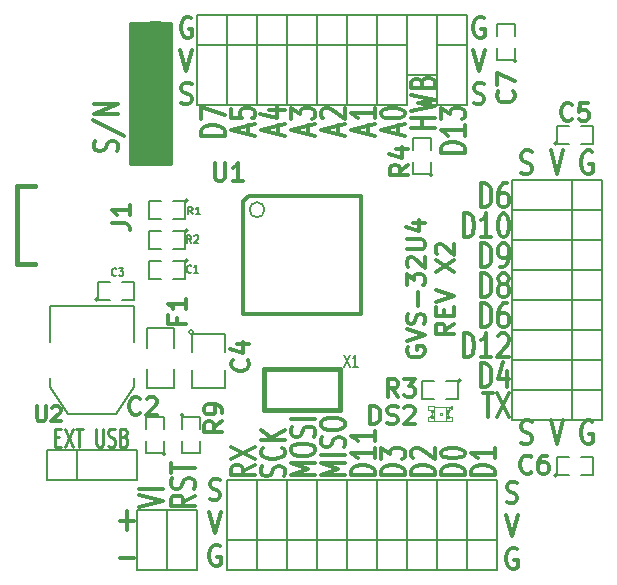
<source format=gto>
G04 (created by PCBNEW (2013-03-19 BZR 4004)-stable) date 5/7/2013 2:04:26 PM*
%MOIN*%
G04 Gerber Fmt 3.4, Leading zero omitted, Abs format*
%FSLAX34Y34*%
G01*
G70*
G90*
G04 APERTURE LIST*
%ADD10C,2.3622e-006*%
%ADD11C,0.012*%
%ADD12C,0.01*%
%ADD13C,0.015*%
%ADD14C,0.005*%
%ADD15C,0.0026*%
%ADD16C,0.004*%
%ADD17C,0.002*%
%ADD18C,0.008*%
%ADD19C,0.006*%
%ADD20C,0.025*%
%ADD21C,0.0075*%
G04 APERTURE END LIST*
G54D10*
G54D11*
X50835Y-36049D02*
X50873Y-35964D01*
X50873Y-35821D01*
X50835Y-35764D01*
X50797Y-35735D01*
X50721Y-35707D01*
X50645Y-35707D01*
X50569Y-35735D01*
X50530Y-35764D01*
X50492Y-35821D01*
X50454Y-35935D01*
X50416Y-35992D01*
X50378Y-36021D01*
X50302Y-36049D01*
X50226Y-36049D01*
X50150Y-36021D01*
X50111Y-35992D01*
X50073Y-35935D01*
X50073Y-35792D01*
X50111Y-35707D01*
X50035Y-35021D02*
X51064Y-35535D01*
X50873Y-34821D02*
X50073Y-34821D01*
X50873Y-34478D01*
X50073Y-34478D01*
X60521Y-42578D02*
X60492Y-42635D01*
X60492Y-42721D01*
X60521Y-42807D01*
X60578Y-42864D01*
X60635Y-42892D01*
X60750Y-42921D01*
X60835Y-42921D01*
X60950Y-42892D01*
X61007Y-42864D01*
X61064Y-42807D01*
X61092Y-42721D01*
X61092Y-42664D01*
X61064Y-42578D01*
X61035Y-42550D01*
X60835Y-42550D01*
X60835Y-42664D01*
X60492Y-42378D02*
X61092Y-42178D01*
X60492Y-41978D01*
X61064Y-41807D02*
X61092Y-41721D01*
X61092Y-41578D01*
X61064Y-41521D01*
X61035Y-41492D01*
X60978Y-41464D01*
X60921Y-41464D01*
X60864Y-41492D01*
X60835Y-41521D01*
X60807Y-41578D01*
X60778Y-41692D01*
X60750Y-41750D01*
X60721Y-41778D01*
X60664Y-41807D01*
X60607Y-41807D01*
X60550Y-41778D01*
X60521Y-41750D01*
X60492Y-41692D01*
X60492Y-41550D01*
X60521Y-41464D01*
X60864Y-41207D02*
X60864Y-40750D01*
X60492Y-40521D02*
X60492Y-40150D01*
X60721Y-40350D01*
X60721Y-40264D01*
X60750Y-40207D01*
X60778Y-40178D01*
X60835Y-40150D01*
X60978Y-40150D01*
X61035Y-40178D01*
X61064Y-40207D01*
X61092Y-40264D01*
X61092Y-40435D01*
X61064Y-40492D01*
X61035Y-40521D01*
X60550Y-39921D02*
X60521Y-39892D01*
X60492Y-39835D01*
X60492Y-39692D01*
X60521Y-39635D01*
X60550Y-39607D01*
X60607Y-39578D01*
X60664Y-39578D01*
X60750Y-39607D01*
X61092Y-39950D01*
X61092Y-39578D01*
X60492Y-39321D02*
X60978Y-39321D01*
X61035Y-39292D01*
X61064Y-39264D01*
X61092Y-39207D01*
X61092Y-39092D01*
X61064Y-39035D01*
X61035Y-39007D01*
X60978Y-38978D01*
X60492Y-38978D01*
X60692Y-38435D02*
X61092Y-38435D01*
X60464Y-38578D02*
X60892Y-38721D01*
X60892Y-38350D01*
X62052Y-41792D02*
X61767Y-41992D01*
X62052Y-42135D02*
X61452Y-42135D01*
X61452Y-41907D01*
X61481Y-41850D01*
X61510Y-41821D01*
X61567Y-41792D01*
X61652Y-41792D01*
X61710Y-41821D01*
X61738Y-41850D01*
X61767Y-41907D01*
X61767Y-42135D01*
X61738Y-41535D02*
X61738Y-41335D01*
X62052Y-41250D02*
X62052Y-41535D01*
X61452Y-41535D01*
X61452Y-41250D01*
X61452Y-41078D02*
X62052Y-40878D01*
X61452Y-40678D01*
X61452Y-40078D02*
X62052Y-39678D01*
X61452Y-39678D02*
X62052Y-40078D01*
X61510Y-39478D02*
X61481Y-39450D01*
X61452Y-39392D01*
X61452Y-39250D01*
X61481Y-39192D01*
X61510Y-39164D01*
X61567Y-39135D01*
X61624Y-39135D01*
X61710Y-39164D01*
X62052Y-39507D01*
X62052Y-39135D01*
X51573Y-47892D02*
X52373Y-47692D01*
X51573Y-47492D01*
X52373Y-47292D02*
X51573Y-47292D01*
X61423Y-35271D02*
X60623Y-35271D01*
X61004Y-35271D02*
X61004Y-34928D01*
X61423Y-34928D02*
X60623Y-34928D01*
X60623Y-34700D02*
X61423Y-34557D01*
X60852Y-34442D01*
X61423Y-34328D01*
X60623Y-34185D01*
X61004Y-33757D02*
X61042Y-33671D01*
X61080Y-33642D01*
X61157Y-33614D01*
X61271Y-33614D01*
X61347Y-33642D01*
X61385Y-33671D01*
X61423Y-33728D01*
X61423Y-33957D01*
X60623Y-33957D01*
X60623Y-33757D01*
X60661Y-33700D01*
X60700Y-33671D01*
X60776Y-33642D01*
X60852Y-33642D01*
X60928Y-33671D01*
X60966Y-33700D01*
X61004Y-33757D01*
X61004Y-33957D01*
X62971Y-41923D02*
X62971Y-41123D01*
X63114Y-41123D01*
X63200Y-41161D01*
X63257Y-41238D01*
X63285Y-41314D01*
X63314Y-41466D01*
X63314Y-41580D01*
X63285Y-41733D01*
X63257Y-41809D01*
X63200Y-41885D01*
X63114Y-41923D01*
X62971Y-41923D01*
X63828Y-41123D02*
X63714Y-41123D01*
X63657Y-41161D01*
X63628Y-41200D01*
X63571Y-41314D01*
X63542Y-41466D01*
X63542Y-41771D01*
X63571Y-41847D01*
X63600Y-41885D01*
X63657Y-41923D01*
X63771Y-41923D01*
X63828Y-41885D01*
X63857Y-41847D01*
X63885Y-41771D01*
X63885Y-41580D01*
X63857Y-41504D01*
X63828Y-41466D01*
X63771Y-41428D01*
X63657Y-41428D01*
X63600Y-41466D01*
X63571Y-41504D01*
X63542Y-41580D01*
X62971Y-39923D02*
X62971Y-39123D01*
X63114Y-39123D01*
X63200Y-39161D01*
X63257Y-39238D01*
X63285Y-39314D01*
X63314Y-39466D01*
X63314Y-39580D01*
X63285Y-39733D01*
X63257Y-39809D01*
X63200Y-39885D01*
X63114Y-39923D01*
X62971Y-39923D01*
X63600Y-39923D02*
X63714Y-39923D01*
X63771Y-39885D01*
X63800Y-39847D01*
X63857Y-39733D01*
X63885Y-39580D01*
X63885Y-39276D01*
X63857Y-39200D01*
X63828Y-39161D01*
X63771Y-39123D01*
X63657Y-39123D01*
X63600Y-39161D01*
X63571Y-39200D01*
X63542Y-39276D01*
X63542Y-39466D01*
X63571Y-39542D01*
X63600Y-39580D01*
X63657Y-39619D01*
X63771Y-39619D01*
X63828Y-39580D01*
X63857Y-39542D01*
X63885Y-39466D01*
X62971Y-37923D02*
X62971Y-37123D01*
X63114Y-37123D01*
X63200Y-37161D01*
X63257Y-37238D01*
X63285Y-37314D01*
X63314Y-37466D01*
X63314Y-37580D01*
X63285Y-37733D01*
X63257Y-37809D01*
X63200Y-37885D01*
X63114Y-37923D01*
X62971Y-37923D01*
X63828Y-37123D02*
X63714Y-37123D01*
X63657Y-37161D01*
X63628Y-37200D01*
X63571Y-37314D01*
X63542Y-37466D01*
X63542Y-37771D01*
X63571Y-37847D01*
X63600Y-37885D01*
X63657Y-37923D01*
X63771Y-37923D01*
X63828Y-37885D01*
X63857Y-37847D01*
X63885Y-37771D01*
X63885Y-37580D01*
X63857Y-37504D01*
X63828Y-37466D01*
X63771Y-37428D01*
X63657Y-37428D01*
X63600Y-37466D01*
X63571Y-37504D01*
X63542Y-37580D01*
X54423Y-35528D02*
X53623Y-35528D01*
X53623Y-35385D01*
X53661Y-35300D01*
X53738Y-35242D01*
X53814Y-35214D01*
X53966Y-35185D01*
X54080Y-35185D01*
X54233Y-35214D01*
X54309Y-35242D01*
X54385Y-35300D01*
X54423Y-35385D01*
X54423Y-35528D01*
X53623Y-34985D02*
X53623Y-34585D01*
X54423Y-34842D01*
X55195Y-35471D02*
X55195Y-35185D01*
X55423Y-35528D02*
X54623Y-35328D01*
X55423Y-35128D01*
X54623Y-34642D02*
X54623Y-34928D01*
X55004Y-34957D01*
X54966Y-34928D01*
X54928Y-34871D01*
X54928Y-34728D01*
X54966Y-34671D01*
X55004Y-34642D01*
X55080Y-34614D01*
X55271Y-34614D01*
X55347Y-34642D01*
X55385Y-34671D01*
X55423Y-34728D01*
X55423Y-34871D01*
X55385Y-34928D01*
X55347Y-34957D01*
X56195Y-35471D02*
X56195Y-35185D01*
X56423Y-35528D02*
X55623Y-35328D01*
X56423Y-35128D01*
X55890Y-34671D02*
X56423Y-34671D01*
X55585Y-34814D02*
X56157Y-34957D01*
X56157Y-34585D01*
X58195Y-35471D02*
X58195Y-35185D01*
X58423Y-35528D02*
X57623Y-35328D01*
X58423Y-35128D01*
X57700Y-34957D02*
X57661Y-34928D01*
X57623Y-34871D01*
X57623Y-34728D01*
X57661Y-34671D01*
X57700Y-34642D01*
X57776Y-34614D01*
X57852Y-34614D01*
X57966Y-34642D01*
X58423Y-34985D01*
X58423Y-34614D01*
X63057Y-31616D02*
X63000Y-31583D01*
X62914Y-31583D01*
X62828Y-31616D01*
X62771Y-31683D01*
X62742Y-31750D01*
X62714Y-31883D01*
X62714Y-31983D01*
X62742Y-32116D01*
X62771Y-32183D01*
X62828Y-32250D01*
X62914Y-32283D01*
X62971Y-32283D01*
X63057Y-32250D01*
X63085Y-32216D01*
X63085Y-31983D01*
X62971Y-31983D01*
X62700Y-32683D02*
X62900Y-33383D01*
X63100Y-32683D01*
X62728Y-34450D02*
X62814Y-34483D01*
X62957Y-34483D01*
X63014Y-34450D01*
X63042Y-34416D01*
X63071Y-34350D01*
X63071Y-34283D01*
X63042Y-34216D01*
X63014Y-34183D01*
X62957Y-34150D01*
X62842Y-34116D01*
X62785Y-34083D01*
X62757Y-34050D01*
X62728Y-33983D01*
X62728Y-33916D01*
X62757Y-33850D01*
X62785Y-33816D01*
X62842Y-33783D01*
X62985Y-33783D01*
X63071Y-33816D01*
X64314Y-36785D02*
X64400Y-36823D01*
X64542Y-36823D01*
X64600Y-36785D01*
X64628Y-36747D01*
X64657Y-36671D01*
X64657Y-36595D01*
X64628Y-36519D01*
X64600Y-36480D01*
X64542Y-36442D01*
X64428Y-36404D01*
X64371Y-36366D01*
X64342Y-36328D01*
X64314Y-36252D01*
X64314Y-36176D01*
X64342Y-36100D01*
X64371Y-36061D01*
X64428Y-36023D01*
X64571Y-36023D01*
X64657Y-36061D01*
X65285Y-36023D02*
X65485Y-36823D01*
X65685Y-36023D01*
X66657Y-36061D02*
X66600Y-36023D01*
X66514Y-36023D01*
X66428Y-36061D01*
X66371Y-36138D01*
X66342Y-36214D01*
X66314Y-36366D01*
X66314Y-36480D01*
X66342Y-36633D01*
X66371Y-36709D01*
X66428Y-36785D01*
X66514Y-36823D01*
X66571Y-36823D01*
X66657Y-36785D01*
X66685Y-36747D01*
X66685Y-36480D01*
X66571Y-36480D01*
X56385Y-46885D02*
X56423Y-46800D01*
X56423Y-46657D01*
X56385Y-46600D01*
X56347Y-46571D01*
X56271Y-46542D01*
X56195Y-46542D01*
X56119Y-46571D01*
X56080Y-46600D01*
X56042Y-46657D01*
X56004Y-46771D01*
X55966Y-46828D01*
X55928Y-46857D01*
X55852Y-46885D01*
X55776Y-46885D01*
X55700Y-46857D01*
X55661Y-46828D01*
X55623Y-46771D01*
X55623Y-46628D01*
X55661Y-46542D01*
X56347Y-45942D02*
X56385Y-45971D01*
X56423Y-46057D01*
X56423Y-46114D01*
X56385Y-46200D01*
X56309Y-46257D01*
X56233Y-46285D01*
X56080Y-46314D01*
X55966Y-46314D01*
X55814Y-46285D01*
X55738Y-46257D01*
X55661Y-46200D01*
X55623Y-46114D01*
X55623Y-46057D01*
X55661Y-45971D01*
X55700Y-45942D01*
X56423Y-45685D02*
X55623Y-45685D01*
X56423Y-45342D02*
X55966Y-45600D01*
X55623Y-45342D02*
X56080Y-45685D01*
X57423Y-46857D02*
X56623Y-46857D01*
X57195Y-46657D01*
X56623Y-46457D01*
X57423Y-46457D01*
X56623Y-46057D02*
X56623Y-45942D01*
X56661Y-45885D01*
X56738Y-45828D01*
X56890Y-45800D01*
X57157Y-45800D01*
X57309Y-45828D01*
X57385Y-45885D01*
X57423Y-45942D01*
X57423Y-46057D01*
X57385Y-46114D01*
X57309Y-46171D01*
X57157Y-46200D01*
X56890Y-46200D01*
X56738Y-46171D01*
X56661Y-46114D01*
X56623Y-46057D01*
X57385Y-45571D02*
X57423Y-45485D01*
X57423Y-45342D01*
X57385Y-45285D01*
X57347Y-45257D01*
X57271Y-45228D01*
X57195Y-45228D01*
X57119Y-45257D01*
X57080Y-45285D01*
X57042Y-45342D01*
X57004Y-45457D01*
X56966Y-45514D01*
X56928Y-45542D01*
X56852Y-45571D01*
X56776Y-45571D01*
X56700Y-45542D01*
X56661Y-45514D01*
X56623Y-45457D01*
X56623Y-45314D01*
X56661Y-45228D01*
X57423Y-44971D02*
X56623Y-44971D01*
X58423Y-46857D02*
X57623Y-46857D01*
X58195Y-46657D01*
X57623Y-46457D01*
X58423Y-46457D01*
X58423Y-46171D02*
X57623Y-46171D01*
X58385Y-45914D02*
X58423Y-45828D01*
X58423Y-45685D01*
X58385Y-45628D01*
X58347Y-45600D01*
X58271Y-45571D01*
X58195Y-45571D01*
X58119Y-45600D01*
X58080Y-45628D01*
X58042Y-45685D01*
X58004Y-45800D01*
X57966Y-45857D01*
X57928Y-45885D01*
X57852Y-45914D01*
X57776Y-45914D01*
X57700Y-45885D01*
X57661Y-45857D01*
X57623Y-45800D01*
X57623Y-45657D01*
X57661Y-45571D01*
X57623Y-45200D02*
X57623Y-45085D01*
X57661Y-45028D01*
X57738Y-44971D01*
X57890Y-44942D01*
X58157Y-44942D01*
X58309Y-44971D01*
X58385Y-45028D01*
X58423Y-45085D01*
X58423Y-45200D01*
X58385Y-45257D01*
X58309Y-45314D01*
X58157Y-45342D01*
X57890Y-45342D01*
X57738Y-45314D01*
X57661Y-45257D01*
X57623Y-45200D01*
X59423Y-46857D02*
X58623Y-46857D01*
X58623Y-46714D01*
X58661Y-46628D01*
X58738Y-46571D01*
X58814Y-46542D01*
X58966Y-46514D01*
X59080Y-46514D01*
X59233Y-46542D01*
X59309Y-46571D01*
X59385Y-46628D01*
X59423Y-46714D01*
X59423Y-46857D01*
X59423Y-45942D02*
X59423Y-46285D01*
X59423Y-46114D02*
X58623Y-46114D01*
X58738Y-46171D01*
X58814Y-46228D01*
X58852Y-46285D01*
X59423Y-45371D02*
X59423Y-45714D01*
X59423Y-45542D02*
X58623Y-45542D01*
X58738Y-45600D01*
X58814Y-45657D01*
X58852Y-45714D01*
X60423Y-46857D02*
X59623Y-46857D01*
X59623Y-46714D01*
X59661Y-46628D01*
X59738Y-46571D01*
X59814Y-46542D01*
X59966Y-46514D01*
X60080Y-46514D01*
X60233Y-46542D01*
X60309Y-46571D01*
X60385Y-46628D01*
X60423Y-46714D01*
X60423Y-46857D01*
X59623Y-46314D02*
X59623Y-45942D01*
X59928Y-46142D01*
X59928Y-46057D01*
X59966Y-46000D01*
X60004Y-45971D01*
X60080Y-45942D01*
X60271Y-45942D01*
X60347Y-45971D01*
X60385Y-46000D01*
X60423Y-46057D01*
X60423Y-46228D01*
X60385Y-46285D01*
X60347Y-46314D01*
X53928Y-47650D02*
X54014Y-47683D01*
X54157Y-47683D01*
X54214Y-47650D01*
X54242Y-47616D01*
X54271Y-47550D01*
X54271Y-47483D01*
X54242Y-47416D01*
X54214Y-47383D01*
X54157Y-47350D01*
X54042Y-47316D01*
X53985Y-47283D01*
X53957Y-47250D01*
X53928Y-47183D01*
X53928Y-47116D01*
X53957Y-47050D01*
X53985Y-47016D01*
X54042Y-46983D01*
X54185Y-46983D01*
X54271Y-47016D01*
X53900Y-48083D02*
X54100Y-48783D01*
X54300Y-48083D01*
X54257Y-49216D02*
X54200Y-49183D01*
X54114Y-49183D01*
X54028Y-49216D01*
X53971Y-49283D01*
X53942Y-49350D01*
X53914Y-49483D01*
X53914Y-49583D01*
X53942Y-49716D01*
X53971Y-49783D01*
X54028Y-49850D01*
X54114Y-49883D01*
X54171Y-49883D01*
X54257Y-49850D01*
X54285Y-49816D01*
X54285Y-49583D01*
X54171Y-49583D01*
X59195Y-35471D02*
X59195Y-35185D01*
X59423Y-35528D02*
X58623Y-35328D01*
X59423Y-35128D01*
X59423Y-34614D02*
X59423Y-34957D01*
X59423Y-34785D02*
X58623Y-34785D01*
X58738Y-34842D01*
X58814Y-34900D01*
X58852Y-34957D01*
X53423Y-47528D02*
X53042Y-47728D01*
X53423Y-47871D02*
X52623Y-47871D01*
X52623Y-47642D01*
X52661Y-47585D01*
X52700Y-47557D01*
X52776Y-47528D01*
X52890Y-47528D01*
X52966Y-47557D01*
X53004Y-47585D01*
X53042Y-47642D01*
X53042Y-47871D01*
X53385Y-47300D02*
X53423Y-47214D01*
X53423Y-47071D01*
X53385Y-47014D01*
X53347Y-46985D01*
X53271Y-46957D01*
X53195Y-46957D01*
X53119Y-46985D01*
X53080Y-47014D01*
X53042Y-47071D01*
X53004Y-47185D01*
X52966Y-47242D01*
X52928Y-47271D01*
X52852Y-47300D01*
X52776Y-47300D01*
X52700Y-47271D01*
X52661Y-47242D01*
X52623Y-47185D01*
X52623Y-47042D01*
X52661Y-46957D01*
X52623Y-46785D02*
X52623Y-46442D01*
X53423Y-46614D02*
X52623Y-46614D01*
X63423Y-46857D02*
X62623Y-46857D01*
X62623Y-46714D01*
X62661Y-46628D01*
X62738Y-46571D01*
X62814Y-46542D01*
X62966Y-46514D01*
X63080Y-46514D01*
X63233Y-46542D01*
X63309Y-46571D01*
X63385Y-46628D01*
X63423Y-46714D01*
X63423Y-46857D01*
X63423Y-45942D02*
X63423Y-46285D01*
X63423Y-46114D02*
X62623Y-46114D01*
X62738Y-46171D01*
X62814Y-46228D01*
X62852Y-46285D01*
X60195Y-35471D02*
X60195Y-35185D01*
X60423Y-35528D02*
X59623Y-35328D01*
X60423Y-35128D01*
X59623Y-34814D02*
X59623Y-34757D01*
X59661Y-34700D01*
X59700Y-34671D01*
X59776Y-34642D01*
X59928Y-34614D01*
X60119Y-34614D01*
X60271Y-34642D01*
X60347Y-34671D01*
X60385Y-34700D01*
X60423Y-34757D01*
X60423Y-34814D01*
X60385Y-34871D01*
X60347Y-34900D01*
X60271Y-34928D01*
X60119Y-34957D01*
X59928Y-34957D01*
X59776Y-34928D01*
X59700Y-34900D01*
X59661Y-34871D01*
X59623Y-34814D01*
X63028Y-44123D02*
X63371Y-44123D01*
X63199Y-44923D02*
X63199Y-44123D01*
X63514Y-44123D02*
X63914Y-44923D01*
X63914Y-44123D02*
X63514Y-44923D01*
X62971Y-40923D02*
X62971Y-40123D01*
X63114Y-40123D01*
X63200Y-40161D01*
X63257Y-40238D01*
X63285Y-40314D01*
X63314Y-40466D01*
X63314Y-40580D01*
X63285Y-40733D01*
X63257Y-40809D01*
X63200Y-40885D01*
X63114Y-40923D01*
X62971Y-40923D01*
X63657Y-40466D02*
X63600Y-40428D01*
X63571Y-40390D01*
X63542Y-40314D01*
X63542Y-40276D01*
X63571Y-40200D01*
X63600Y-40161D01*
X63657Y-40123D01*
X63771Y-40123D01*
X63828Y-40161D01*
X63857Y-40200D01*
X63885Y-40276D01*
X63885Y-40314D01*
X63857Y-40390D01*
X63828Y-40428D01*
X63771Y-40466D01*
X63657Y-40466D01*
X63600Y-40504D01*
X63571Y-40542D01*
X63542Y-40619D01*
X63542Y-40771D01*
X63571Y-40847D01*
X63600Y-40885D01*
X63657Y-40923D01*
X63771Y-40923D01*
X63828Y-40885D01*
X63857Y-40847D01*
X63885Y-40771D01*
X63885Y-40619D01*
X63857Y-40542D01*
X63828Y-40504D01*
X63771Y-40466D01*
X63828Y-47750D02*
X63914Y-47783D01*
X64057Y-47783D01*
X64114Y-47750D01*
X64142Y-47716D01*
X64171Y-47650D01*
X64171Y-47583D01*
X64142Y-47516D01*
X64114Y-47483D01*
X64057Y-47450D01*
X63942Y-47416D01*
X63885Y-47383D01*
X63857Y-47350D01*
X63828Y-47283D01*
X63828Y-47216D01*
X63857Y-47150D01*
X63885Y-47116D01*
X63942Y-47083D01*
X64085Y-47083D01*
X64171Y-47116D01*
X63800Y-48183D02*
X64000Y-48883D01*
X64200Y-48183D01*
X64157Y-49316D02*
X64100Y-49283D01*
X64014Y-49283D01*
X63928Y-49316D01*
X63871Y-49383D01*
X63842Y-49450D01*
X63814Y-49583D01*
X63814Y-49683D01*
X63842Y-49816D01*
X63871Y-49883D01*
X63928Y-49950D01*
X64014Y-49983D01*
X64071Y-49983D01*
X64157Y-49950D01*
X64185Y-49916D01*
X64185Y-49683D01*
X64071Y-49683D01*
X61423Y-46857D02*
X60623Y-46857D01*
X60623Y-46714D01*
X60661Y-46628D01*
X60738Y-46571D01*
X60814Y-46542D01*
X60966Y-46514D01*
X61080Y-46514D01*
X61233Y-46542D01*
X61309Y-46571D01*
X61385Y-46628D01*
X61423Y-46714D01*
X61423Y-46857D01*
X60700Y-46285D02*
X60661Y-46257D01*
X60623Y-46200D01*
X60623Y-46057D01*
X60661Y-46000D01*
X60700Y-45971D01*
X60776Y-45942D01*
X60852Y-45942D01*
X60966Y-45971D01*
X61423Y-46314D01*
X61423Y-45942D01*
X62399Y-42923D02*
X62399Y-42123D01*
X62542Y-42123D01*
X62628Y-42161D01*
X62685Y-42238D01*
X62714Y-42314D01*
X62742Y-42466D01*
X62742Y-42580D01*
X62714Y-42733D01*
X62685Y-42809D01*
X62628Y-42885D01*
X62542Y-42923D01*
X62399Y-42923D01*
X63314Y-42923D02*
X62971Y-42923D01*
X63142Y-42923D02*
X63142Y-42123D01*
X63085Y-42238D01*
X63028Y-42314D01*
X62971Y-42352D01*
X63542Y-42200D02*
X63571Y-42161D01*
X63628Y-42123D01*
X63771Y-42123D01*
X63828Y-42161D01*
X63857Y-42200D01*
X63885Y-42276D01*
X63885Y-42352D01*
X63857Y-42466D01*
X63514Y-42923D01*
X63885Y-42923D01*
X62423Y-36100D02*
X61623Y-36100D01*
X61623Y-35957D01*
X61661Y-35871D01*
X61738Y-35814D01*
X61814Y-35785D01*
X61966Y-35757D01*
X62080Y-35757D01*
X62233Y-35785D01*
X62309Y-35814D01*
X62385Y-35871D01*
X62423Y-35957D01*
X62423Y-36100D01*
X62423Y-35185D02*
X62423Y-35528D01*
X62423Y-35357D02*
X61623Y-35357D01*
X61738Y-35414D01*
X61814Y-35471D01*
X61852Y-35528D01*
X61623Y-34985D02*
X61623Y-34614D01*
X61928Y-34814D01*
X61928Y-34728D01*
X61966Y-34671D01*
X62004Y-34642D01*
X62080Y-34614D01*
X62271Y-34614D01*
X62347Y-34642D01*
X62385Y-34671D01*
X62423Y-34728D01*
X62423Y-34900D01*
X62385Y-34957D01*
X62347Y-34985D01*
X53307Y-31616D02*
X53250Y-31583D01*
X53164Y-31583D01*
X53078Y-31616D01*
X53021Y-31683D01*
X52992Y-31750D01*
X52964Y-31883D01*
X52964Y-31983D01*
X52992Y-32116D01*
X53021Y-32183D01*
X53078Y-32250D01*
X53164Y-32283D01*
X53221Y-32283D01*
X53307Y-32250D01*
X53335Y-32216D01*
X53335Y-31983D01*
X53221Y-31983D01*
X52950Y-32683D02*
X53150Y-33383D01*
X53350Y-32683D01*
X52978Y-34450D02*
X53064Y-34483D01*
X53207Y-34483D01*
X53264Y-34450D01*
X53292Y-34416D01*
X53321Y-34350D01*
X53321Y-34283D01*
X53292Y-34216D01*
X53264Y-34183D01*
X53207Y-34150D01*
X53092Y-34116D01*
X53035Y-34083D01*
X53007Y-34050D01*
X52978Y-33983D01*
X52978Y-33916D01*
X53007Y-33850D01*
X53035Y-33816D01*
X53092Y-33783D01*
X53235Y-33783D01*
X53321Y-33816D01*
X57195Y-35471D02*
X57195Y-35185D01*
X57423Y-35528D02*
X56623Y-35328D01*
X57423Y-35128D01*
X56623Y-34985D02*
X56623Y-34614D01*
X56928Y-34814D01*
X56928Y-34728D01*
X56966Y-34671D01*
X57004Y-34642D01*
X57080Y-34614D01*
X57271Y-34614D01*
X57347Y-34642D01*
X57385Y-34671D01*
X57423Y-34728D01*
X57423Y-34900D01*
X57385Y-34957D01*
X57347Y-34985D01*
X55423Y-46514D02*
X55042Y-46714D01*
X55423Y-46857D02*
X54623Y-46857D01*
X54623Y-46628D01*
X54661Y-46571D01*
X54700Y-46542D01*
X54776Y-46514D01*
X54890Y-46514D01*
X54966Y-46542D01*
X55004Y-46571D01*
X55042Y-46628D01*
X55042Y-46857D01*
X54623Y-46314D02*
X55423Y-45914D01*
X54623Y-45914D02*
X55423Y-46314D01*
X62423Y-46857D02*
X61623Y-46857D01*
X61623Y-46714D01*
X61661Y-46628D01*
X61738Y-46571D01*
X61814Y-46542D01*
X61966Y-46514D01*
X62080Y-46514D01*
X62233Y-46542D01*
X62309Y-46571D01*
X62385Y-46628D01*
X62423Y-46714D01*
X62423Y-46857D01*
X61623Y-46142D02*
X61623Y-46085D01*
X61661Y-46028D01*
X61700Y-46000D01*
X61776Y-45971D01*
X61928Y-45942D01*
X62119Y-45942D01*
X62271Y-45971D01*
X62347Y-46000D01*
X62385Y-46028D01*
X62423Y-46085D01*
X62423Y-46142D01*
X62385Y-46200D01*
X62347Y-46228D01*
X62271Y-46257D01*
X62119Y-46285D01*
X61928Y-46285D01*
X61776Y-46257D01*
X61700Y-46228D01*
X61661Y-46200D01*
X61623Y-46142D01*
X64314Y-45785D02*
X64400Y-45823D01*
X64542Y-45823D01*
X64600Y-45785D01*
X64628Y-45747D01*
X64657Y-45671D01*
X64657Y-45595D01*
X64628Y-45519D01*
X64600Y-45480D01*
X64542Y-45442D01*
X64428Y-45404D01*
X64371Y-45366D01*
X64342Y-45328D01*
X64314Y-45252D01*
X64314Y-45176D01*
X64342Y-45100D01*
X64371Y-45061D01*
X64428Y-45023D01*
X64571Y-45023D01*
X64657Y-45061D01*
X65285Y-45023D02*
X65485Y-45823D01*
X65685Y-45023D01*
X66657Y-45061D02*
X66600Y-45023D01*
X66514Y-45023D01*
X66428Y-45061D01*
X66371Y-45138D01*
X66342Y-45214D01*
X66314Y-45366D01*
X66314Y-45480D01*
X66342Y-45633D01*
X66371Y-45709D01*
X66428Y-45785D01*
X66514Y-45823D01*
X66571Y-45823D01*
X66657Y-45785D01*
X66685Y-45747D01*
X66685Y-45480D01*
X66571Y-45480D01*
X50951Y-48359D02*
X51408Y-48359D01*
X51180Y-48663D02*
X51180Y-48054D01*
X50951Y-49599D02*
X51408Y-49599D01*
G54D12*
X48771Y-45578D02*
X48904Y-45578D01*
X48961Y-45892D02*
X48771Y-45892D01*
X48771Y-45292D01*
X48961Y-45292D01*
X49095Y-45292D02*
X49361Y-45892D01*
X49361Y-45292D02*
X49095Y-45892D01*
X49457Y-45292D02*
X49685Y-45292D01*
X49571Y-45892D02*
X49571Y-45292D01*
X50145Y-45292D02*
X50145Y-45778D01*
X50164Y-45835D01*
X50183Y-45864D01*
X50221Y-45892D01*
X50297Y-45892D01*
X50335Y-45864D01*
X50354Y-45835D01*
X50373Y-45778D01*
X50373Y-45292D01*
X50545Y-45864D02*
X50602Y-45892D01*
X50697Y-45892D01*
X50735Y-45864D01*
X50754Y-45835D01*
X50773Y-45778D01*
X50773Y-45721D01*
X50754Y-45664D01*
X50735Y-45635D01*
X50697Y-45607D01*
X50621Y-45578D01*
X50583Y-45550D01*
X50564Y-45521D01*
X50545Y-45464D01*
X50545Y-45407D01*
X50564Y-45350D01*
X50583Y-45321D01*
X50621Y-45292D01*
X50716Y-45292D01*
X50773Y-45321D01*
X51078Y-45578D02*
X51135Y-45607D01*
X51154Y-45635D01*
X51173Y-45692D01*
X51173Y-45778D01*
X51154Y-45835D01*
X51135Y-45864D01*
X51097Y-45892D01*
X50945Y-45892D01*
X50945Y-45292D01*
X51078Y-45292D01*
X51116Y-45321D01*
X51135Y-45350D01*
X51154Y-45407D01*
X51154Y-45464D01*
X51135Y-45521D01*
X51116Y-45550D01*
X51078Y-45578D01*
X50945Y-45578D01*
G54D11*
X62399Y-38923D02*
X62399Y-38123D01*
X62542Y-38123D01*
X62628Y-38161D01*
X62685Y-38238D01*
X62714Y-38314D01*
X62742Y-38466D01*
X62742Y-38580D01*
X62714Y-38733D01*
X62685Y-38809D01*
X62628Y-38885D01*
X62542Y-38923D01*
X62399Y-38923D01*
X63314Y-38923D02*
X62971Y-38923D01*
X63142Y-38923D02*
X63142Y-38123D01*
X63085Y-38238D01*
X63028Y-38314D01*
X62971Y-38352D01*
X63685Y-38123D02*
X63742Y-38123D01*
X63800Y-38161D01*
X63828Y-38200D01*
X63857Y-38276D01*
X63885Y-38428D01*
X63885Y-38619D01*
X63857Y-38771D01*
X63828Y-38847D01*
X63800Y-38885D01*
X63742Y-38923D01*
X63685Y-38923D01*
X63628Y-38885D01*
X63600Y-38847D01*
X63571Y-38771D01*
X63542Y-38619D01*
X63542Y-38428D01*
X63571Y-38276D01*
X63600Y-38200D01*
X63628Y-38161D01*
X63685Y-38123D01*
X62971Y-43923D02*
X62971Y-43123D01*
X63114Y-43123D01*
X63200Y-43161D01*
X63257Y-43238D01*
X63285Y-43314D01*
X63314Y-43466D01*
X63314Y-43580D01*
X63285Y-43733D01*
X63257Y-43809D01*
X63200Y-43885D01*
X63114Y-43923D01*
X62971Y-43923D01*
X63828Y-43390D02*
X63828Y-43923D01*
X63685Y-43085D02*
X63542Y-43657D01*
X63914Y-43657D01*
G54D13*
X47500Y-37201D02*
X48091Y-37201D01*
X47500Y-39799D02*
X48091Y-39799D01*
X47500Y-37201D02*
X47500Y-39799D01*
G54D14*
X53200Y-37700D02*
G75*
G03X53200Y-37700I-50J0D01*
G74*
G01*
X52700Y-37700D02*
X53100Y-37700D01*
X53100Y-37700D02*
X53100Y-38300D01*
X53100Y-38300D02*
X52700Y-38300D01*
X52300Y-38300D02*
X51900Y-38300D01*
X51900Y-38300D02*
X51900Y-37700D01*
X51900Y-37700D02*
X52300Y-37700D01*
X53200Y-38700D02*
G75*
G03X53200Y-38700I-50J0D01*
G74*
G01*
X52700Y-38700D02*
X53100Y-38700D01*
X53100Y-38700D02*
X53100Y-39300D01*
X53100Y-39300D02*
X52700Y-39300D01*
X52300Y-39300D02*
X51900Y-39300D01*
X51900Y-39300D02*
X51900Y-38700D01*
X51900Y-38700D02*
X52300Y-38700D01*
X62300Y-43700D02*
G75*
G03X62300Y-43700I-50J0D01*
G74*
G01*
X61800Y-43700D02*
X62200Y-43700D01*
X62200Y-43700D02*
X62200Y-44300D01*
X62200Y-44300D02*
X61800Y-44300D01*
X61400Y-44300D02*
X61000Y-44300D01*
X61000Y-44300D02*
X61000Y-43700D01*
X61000Y-43700D02*
X61400Y-43700D01*
X53050Y-44850D02*
G75*
G03X53050Y-44850I-50J0D01*
G74*
G01*
X53000Y-45300D02*
X53000Y-44900D01*
X53000Y-44900D02*
X53600Y-44900D01*
X53600Y-44900D02*
X53600Y-45300D01*
X53600Y-45700D02*
X53600Y-46100D01*
X53600Y-46100D02*
X53000Y-46100D01*
X53000Y-46100D02*
X53000Y-45700D01*
G54D15*
X61796Y-44918D02*
X61796Y-45046D01*
X61796Y-45046D02*
X61993Y-45046D01*
X61993Y-44918D02*
X61993Y-45046D01*
X61796Y-44918D02*
X61993Y-44918D01*
X61796Y-44673D02*
X61796Y-44732D01*
X61796Y-44732D02*
X61895Y-44732D01*
X61895Y-44673D02*
X61895Y-44732D01*
X61796Y-44673D02*
X61895Y-44673D01*
X61796Y-44868D02*
X61796Y-44927D01*
X61796Y-44927D02*
X61895Y-44927D01*
X61895Y-44868D02*
X61895Y-44927D01*
X61796Y-44868D02*
X61895Y-44868D01*
X61796Y-44722D02*
X61796Y-44878D01*
X61796Y-44878D02*
X61865Y-44878D01*
X61865Y-44722D02*
X61865Y-44878D01*
X61796Y-44722D02*
X61865Y-44722D01*
X61207Y-44918D02*
X61207Y-45046D01*
X61207Y-45046D02*
X61404Y-45046D01*
X61404Y-44918D02*
X61404Y-45046D01*
X61207Y-44918D02*
X61404Y-44918D01*
X61207Y-44554D02*
X61207Y-44682D01*
X61207Y-44682D02*
X61404Y-44682D01*
X61404Y-44554D02*
X61404Y-44682D01*
X61207Y-44554D02*
X61404Y-44554D01*
X61305Y-44868D02*
X61305Y-44927D01*
X61305Y-44927D02*
X61404Y-44927D01*
X61404Y-44868D02*
X61404Y-44927D01*
X61305Y-44868D02*
X61404Y-44868D01*
X61305Y-44673D02*
X61305Y-44732D01*
X61305Y-44732D02*
X61404Y-44732D01*
X61404Y-44673D02*
X61404Y-44732D01*
X61305Y-44673D02*
X61404Y-44673D01*
X61335Y-44722D02*
X61335Y-44878D01*
X61335Y-44878D02*
X61404Y-44878D01*
X61404Y-44722D02*
X61404Y-44878D01*
X61335Y-44722D02*
X61404Y-44722D01*
X61600Y-44761D02*
X61600Y-44839D01*
X61600Y-44839D02*
X61678Y-44839D01*
X61678Y-44761D02*
X61678Y-44839D01*
X61600Y-44761D02*
X61678Y-44761D01*
X61796Y-44564D02*
X61796Y-44682D01*
X61796Y-44682D02*
X61914Y-44682D01*
X61914Y-44564D02*
X61914Y-44682D01*
X61796Y-44564D02*
X61914Y-44564D01*
X61964Y-44554D02*
X61964Y-44643D01*
X61964Y-44643D02*
X61993Y-44643D01*
X61993Y-44554D02*
X61993Y-44643D01*
X61964Y-44554D02*
X61993Y-44554D01*
G54D16*
X61806Y-45026D02*
X61394Y-45026D01*
X61404Y-44574D02*
X61964Y-44574D01*
G54D17*
X61962Y-44623D02*
G75*
G03X61962Y-44623I-28J0D01*
G74*
G01*
G54D16*
X61993Y-44663D02*
G75*
G03X61993Y-44937I0J-137D01*
G74*
G01*
X61207Y-44937D02*
G75*
G03X61207Y-44663I0J137D01*
G74*
G01*
G54D14*
X53200Y-39700D02*
G75*
G03X53200Y-39700I-50J0D01*
G74*
G01*
X52700Y-39700D02*
X53100Y-39700D01*
X53100Y-39700D02*
X53100Y-40300D01*
X53100Y-40300D02*
X52700Y-40300D01*
X52300Y-40300D02*
X51900Y-40300D01*
X51900Y-40300D02*
X51900Y-39700D01*
X51900Y-39700D02*
X52300Y-39700D01*
X53370Y-42075D02*
G75*
G03X53370Y-42075I-70J0D01*
G74*
G01*
X54450Y-42725D02*
X54450Y-42125D01*
X54450Y-42125D02*
X53350Y-42125D01*
X53350Y-42125D02*
X53350Y-42725D01*
X53350Y-43325D02*
X53350Y-43925D01*
X53350Y-43925D02*
X54450Y-43925D01*
X54450Y-43925D02*
X54450Y-43325D01*
X65500Y-35800D02*
G75*
G03X65500Y-35800I-50J0D01*
G74*
G01*
X65900Y-35800D02*
X65500Y-35800D01*
X65500Y-35800D02*
X65500Y-35200D01*
X65500Y-35200D02*
X65900Y-35200D01*
X66300Y-35200D02*
X66700Y-35200D01*
X66700Y-35200D02*
X66700Y-35800D01*
X66700Y-35800D02*
X66300Y-35800D01*
X51825Y-43950D02*
X52725Y-43950D01*
X52725Y-43950D02*
X52725Y-43300D01*
X51825Y-42600D02*
X51825Y-41950D01*
X51825Y-41950D02*
X52725Y-41950D01*
X52725Y-41950D02*
X52725Y-42600D01*
X51825Y-43300D02*
X51825Y-43950D01*
G54D11*
X58970Y-37530D02*
X58970Y-41470D01*
X58970Y-41470D02*
X55030Y-41470D01*
X55030Y-37720D02*
X55030Y-41470D01*
X55220Y-37530D02*
X58970Y-37530D01*
X55030Y-37720D02*
X55220Y-37530D01*
G54D18*
X55750Y-38000D02*
G75*
G03X55750Y-38000I-250J0D01*
G74*
G01*
G54D13*
X58280Y-44689D02*
X55720Y-44689D01*
X55720Y-44689D02*
X55720Y-43311D01*
X55720Y-43311D02*
X58280Y-43311D01*
X58280Y-43311D02*
X58280Y-44689D01*
G54D14*
X50200Y-41000D02*
G75*
G03X50200Y-41000I-50J0D01*
G74*
G01*
X50600Y-41000D02*
X50200Y-41000D01*
X50200Y-41000D02*
X50200Y-40400D01*
X50200Y-40400D02*
X50600Y-40400D01*
X51000Y-40400D02*
X51400Y-40400D01*
X51400Y-40400D02*
X51400Y-41000D01*
X51400Y-41000D02*
X51000Y-41000D01*
X52450Y-46150D02*
G75*
G03X52450Y-46150I-50J0D01*
G74*
G01*
X52400Y-45700D02*
X52400Y-46100D01*
X52400Y-46100D02*
X51800Y-46100D01*
X51800Y-46100D02*
X51800Y-45700D01*
X51800Y-45300D02*
X51800Y-44900D01*
X51800Y-44900D02*
X52400Y-44900D01*
X52400Y-44900D02*
X52400Y-45300D01*
G54D18*
X51400Y-42400D02*
X51400Y-41200D01*
X51400Y-41200D02*
X48600Y-41200D01*
X48600Y-41200D02*
X48600Y-42400D01*
X51400Y-43600D02*
X51400Y-43900D01*
X51400Y-43900D02*
X50800Y-44800D01*
X50800Y-44800D02*
X49200Y-44800D01*
X49200Y-44800D02*
X48600Y-43900D01*
X48600Y-43900D02*
X48600Y-43600D01*
G54D19*
X54500Y-31500D02*
X55500Y-31500D01*
X55500Y-31500D02*
X55500Y-34500D01*
X55500Y-34500D02*
X54500Y-34500D01*
X54500Y-34500D02*
X54500Y-31500D01*
X55500Y-32500D02*
X54500Y-32500D01*
X48500Y-47000D02*
X48500Y-46000D01*
X48500Y-46000D02*
X51500Y-46000D01*
X51500Y-46000D02*
X51500Y-47000D01*
X51500Y-47000D02*
X48500Y-47000D01*
X49500Y-46000D02*
X49500Y-47000D01*
X61500Y-31500D02*
X62500Y-31500D01*
X62500Y-31500D02*
X62500Y-34500D01*
X62500Y-34500D02*
X61500Y-34500D01*
X61500Y-34500D02*
X61500Y-31500D01*
X62500Y-32500D02*
X61500Y-32500D01*
X67000Y-37000D02*
X67000Y-38000D01*
X67000Y-38000D02*
X64000Y-38000D01*
X64000Y-38000D02*
X64000Y-37000D01*
X64000Y-37000D02*
X67000Y-37000D01*
X66000Y-38000D02*
X66000Y-37000D01*
X67000Y-41000D02*
X67000Y-42000D01*
X67000Y-42000D02*
X64000Y-42000D01*
X64000Y-42000D02*
X64000Y-41000D01*
X64000Y-41000D02*
X67000Y-41000D01*
X66000Y-42000D02*
X66000Y-41000D01*
X67000Y-42000D02*
X67000Y-43000D01*
X67000Y-43000D02*
X64000Y-43000D01*
X64000Y-43000D02*
X64000Y-42000D01*
X64000Y-42000D02*
X67000Y-42000D01*
X66000Y-43000D02*
X66000Y-42000D01*
X67000Y-44000D02*
X67000Y-45000D01*
X67000Y-45000D02*
X64000Y-45000D01*
X64000Y-45000D02*
X64000Y-44000D01*
X64000Y-44000D02*
X67000Y-44000D01*
X66000Y-45000D02*
X66000Y-44000D01*
X67000Y-43000D02*
X67000Y-44000D01*
X67000Y-44000D02*
X64000Y-44000D01*
X64000Y-44000D02*
X64000Y-43000D01*
X64000Y-43000D02*
X67000Y-43000D01*
X66000Y-44000D02*
X66000Y-43000D01*
X63500Y-50000D02*
X62500Y-50000D01*
X62500Y-50000D02*
X62500Y-47000D01*
X62500Y-47000D02*
X63500Y-47000D01*
X63500Y-47000D02*
X63500Y-50000D01*
X62500Y-49000D02*
X63500Y-49000D01*
X62500Y-50000D02*
X61500Y-50000D01*
X61500Y-50000D02*
X61500Y-47000D01*
X61500Y-47000D02*
X62500Y-47000D01*
X62500Y-47000D02*
X62500Y-50000D01*
X61500Y-49000D02*
X62500Y-49000D01*
X60500Y-50000D02*
X59500Y-50000D01*
X59500Y-50000D02*
X59500Y-47000D01*
X59500Y-47000D02*
X60500Y-47000D01*
X60500Y-47000D02*
X60500Y-50000D01*
X59500Y-49000D02*
X60500Y-49000D01*
X61500Y-50000D02*
X60500Y-50000D01*
X60500Y-50000D02*
X60500Y-47000D01*
X60500Y-47000D02*
X61500Y-47000D01*
X61500Y-47000D02*
X61500Y-50000D01*
X60500Y-49000D02*
X61500Y-49000D01*
X59500Y-50000D02*
X58500Y-50000D01*
X58500Y-50000D02*
X58500Y-47000D01*
X58500Y-47000D02*
X59500Y-47000D01*
X59500Y-47000D02*
X59500Y-50000D01*
X58500Y-49000D02*
X59500Y-49000D01*
X67000Y-38000D02*
X67000Y-39000D01*
X67000Y-39000D02*
X64000Y-39000D01*
X64000Y-39000D02*
X64000Y-38000D01*
X64000Y-38000D02*
X67000Y-38000D01*
X66000Y-39000D02*
X66000Y-38000D01*
X67000Y-39000D02*
X67000Y-40000D01*
X67000Y-40000D02*
X64000Y-40000D01*
X64000Y-40000D02*
X64000Y-39000D01*
X64000Y-39000D02*
X67000Y-39000D01*
X66000Y-40000D02*
X66000Y-39000D01*
X67000Y-40000D02*
X67000Y-41000D01*
X67000Y-41000D02*
X64000Y-41000D01*
X64000Y-41000D02*
X64000Y-40000D01*
X64000Y-40000D02*
X67000Y-40000D01*
X66000Y-41000D02*
X66000Y-40000D01*
X58500Y-50000D02*
X57500Y-50000D01*
X57500Y-50000D02*
X57500Y-47000D01*
X57500Y-47000D02*
X58500Y-47000D01*
X58500Y-47000D02*
X58500Y-50000D01*
X57500Y-49000D02*
X58500Y-49000D01*
X57500Y-50000D02*
X56500Y-50000D01*
X56500Y-50000D02*
X56500Y-47000D01*
X56500Y-47000D02*
X57500Y-47000D01*
X57500Y-47000D02*
X57500Y-50000D01*
X56500Y-49000D02*
X57500Y-49000D01*
X56500Y-50000D02*
X55500Y-50000D01*
X55500Y-50000D02*
X55500Y-47000D01*
X55500Y-47000D02*
X56500Y-47000D01*
X56500Y-47000D02*
X56500Y-50000D01*
X55500Y-49000D02*
X56500Y-49000D01*
X55500Y-50000D02*
X54500Y-50000D01*
X54500Y-50000D02*
X54500Y-47000D01*
X54500Y-47000D02*
X55500Y-47000D01*
X55500Y-47000D02*
X55500Y-50000D01*
X54500Y-49000D02*
X55500Y-49000D01*
X53500Y-31500D02*
X54500Y-31500D01*
X54500Y-31500D02*
X54500Y-34500D01*
X54500Y-34500D02*
X53500Y-34500D01*
X53500Y-34500D02*
X53500Y-31500D01*
X54500Y-32500D02*
X53500Y-32500D01*
X59500Y-31500D02*
X60500Y-31500D01*
X60500Y-31500D02*
X60500Y-34500D01*
X60500Y-34500D02*
X59500Y-34500D01*
X59500Y-34500D02*
X59500Y-31500D01*
X60500Y-32500D02*
X59500Y-32500D01*
X58500Y-31500D02*
X59500Y-31500D01*
X59500Y-31500D02*
X59500Y-34500D01*
X59500Y-34500D02*
X58500Y-34500D01*
X58500Y-34500D02*
X58500Y-31500D01*
X59500Y-32500D02*
X58500Y-32500D01*
X57500Y-31500D02*
X58500Y-31500D01*
X58500Y-31500D02*
X58500Y-34500D01*
X58500Y-34500D02*
X57500Y-34500D01*
X57500Y-34500D02*
X57500Y-31500D01*
X58500Y-32500D02*
X57500Y-32500D01*
X55500Y-31500D02*
X56500Y-31500D01*
X56500Y-31500D02*
X56500Y-34500D01*
X56500Y-34500D02*
X55500Y-34500D01*
X55500Y-34500D02*
X55500Y-31500D01*
X56500Y-32500D02*
X55500Y-32500D01*
X52500Y-50000D02*
X51500Y-50000D01*
X51500Y-50000D02*
X51500Y-48000D01*
X51500Y-48000D02*
X52500Y-48000D01*
X52500Y-48000D02*
X52500Y-50000D01*
X53500Y-50000D02*
X52500Y-50000D01*
X52500Y-50000D02*
X52500Y-48000D01*
X52500Y-48000D02*
X53500Y-48000D01*
X53500Y-48000D02*
X53500Y-50000D01*
G54D14*
X61350Y-36850D02*
G75*
G03X61350Y-36850I-50J0D01*
G74*
G01*
X61300Y-36400D02*
X61300Y-36800D01*
X61300Y-36800D02*
X60700Y-36800D01*
X60700Y-36800D02*
X60700Y-36400D01*
X60700Y-36000D02*
X60700Y-35600D01*
X60700Y-35600D02*
X61300Y-35600D01*
X61300Y-35600D02*
X61300Y-36000D01*
G54D19*
X56500Y-31500D02*
X57500Y-31500D01*
X57500Y-31500D02*
X57500Y-34500D01*
X57500Y-34500D02*
X56500Y-34500D01*
X56500Y-34500D02*
X56500Y-31500D01*
X57500Y-32500D02*
X56500Y-32500D01*
X60500Y-31500D02*
X61500Y-31500D01*
X61500Y-31500D02*
X61500Y-33500D01*
X61500Y-33500D02*
X60500Y-33500D01*
X60500Y-33500D02*
X60500Y-31500D01*
G54D20*
X51500Y-36400D02*
X51500Y-31900D01*
X51500Y-31900D02*
X51750Y-31900D01*
X51750Y-31900D02*
X51750Y-36400D01*
X51750Y-36400D02*
X52000Y-36400D01*
X52000Y-36400D02*
X52000Y-31850D01*
X52000Y-31850D02*
X52250Y-31850D01*
X52250Y-31850D02*
X52250Y-36400D01*
X52250Y-36400D02*
X52450Y-36400D01*
X52450Y-36400D02*
X52450Y-31900D01*
G54D13*
X51300Y-31800D02*
X51300Y-36450D01*
X51300Y-36450D02*
X52600Y-36450D01*
X52600Y-36450D02*
X52600Y-31800D01*
X52600Y-31800D02*
X51300Y-31800D01*
G54D14*
X65500Y-46850D02*
G75*
G03X65500Y-46850I-50J0D01*
G74*
G01*
X65900Y-46850D02*
X65500Y-46850D01*
X65500Y-46850D02*
X65500Y-46250D01*
X65500Y-46250D02*
X65900Y-46250D01*
X66300Y-46250D02*
X66700Y-46250D01*
X66700Y-46250D02*
X66700Y-46850D01*
X66700Y-46850D02*
X66300Y-46850D01*
X64150Y-33050D02*
G75*
G03X64150Y-33050I-50J0D01*
G74*
G01*
X64100Y-32600D02*
X64100Y-33000D01*
X64100Y-33000D02*
X63500Y-33000D01*
X63500Y-33000D02*
X63500Y-32600D01*
X63500Y-32200D02*
X63500Y-31800D01*
X63500Y-31800D02*
X64100Y-31800D01*
X64100Y-31800D02*
X64100Y-32200D01*
G54D11*
X50662Y-38440D02*
X51091Y-38440D01*
X51177Y-38468D01*
X51234Y-38525D01*
X51262Y-38611D01*
X51262Y-38668D01*
X51262Y-37840D02*
X51262Y-38182D01*
X51262Y-38011D02*
X50662Y-38011D01*
X50748Y-38068D01*
X50805Y-38125D01*
X50834Y-38182D01*
G54D14*
X53358Y-38151D02*
X53275Y-38032D01*
X53215Y-38151D02*
X53215Y-37901D01*
X53310Y-37901D01*
X53334Y-37913D01*
X53346Y-37925D01*
X53358Y-37948D01*
X53358Y-37984D01*
X53346Y-38008D01*
X53334Y-38020D01*
X53310Y-38032D01*
X53215Y-38032D01*
X53596Y-38151D02*
X53453Y-38151D01*
X53525Y-38151D02*
X53525Y-37901D01*
X53501Y-37936D01*
X53477Y-37960D01*
X53453Y-37972D01*
X53308Y-39101D02*
X53225Y-38982D01*
X53165Y-39101D02*
X53165Y-38851D01*
X53260Y-38851D01*
X53284Y-38863D01*
X53296Y-38875D01*
X53308Y-38898D01*
X53308Y-38934D01*
X53296Y-38958D01*
X53284Y-38970D01*
X53260Y-38982D01*
X53165Y-38982D01*
X53403Y-38875D02*
X53415Y-38863D01*
X53439Y-38851D01*
X53498Y-38851D01*
X53522Y-38863D01*
X53534Y-38875D01*
X53546Y-38898D01*
X53546Y-38922D01*
X53534Y-38958D01*
X53391Y-39101D01*
X53546Y-39101D01*
G54D11*
X60200Y-44242D02*
X60000Y-43957D01*
X59857Y-44242D02*
X59857Y-43642D01*
X60085Y-43642D01*
X60142Y-43671D01*
X60171Y-43700D01*
X60200Y-43757D01*
X60200Y-43842D01*
X60171Y-43900D01*
X60142Y-43928D01*
X60085Y-43957D01*
X59857Y-43957D01*
X60400Y-43642D02*
X60771Y-43642D01*
X60571Y-43871D01*
X60657Y-43871D01*
X60714Y-43900D01*
X60742Y-43928D01*
X60771Y-43985D01*
X60771Y-44128D01*
X60742Y-44185D01*
X60714Y-44214D01*
X60657Y-44242D01*
X60485Y-44242D01*
X60428Y-44214D01*
X60400Y-44185D01*
X54342Y-45050D02*
X54057Y-45250D01*
X54342Y-45392D02*
X53742Y-45392D01*
X53742Y-45164D01*
X53771Y-45107D01*
X53800Y-45078D01*
X53857Y-45050D01*
X53942Y-45050D01*
X54000Y-45078D01*
X54028Y-45107D01*
X54057Y-45164D01*
X54057Y-45392D01*
X54342Y-44764D02*
X54342Y-44650D01*
X54314Y-44592D01*
X54285Y-44564D01*
X54200Y-44507D01*
X54085Y-44478D01*
X53857Y-44478D01*
X53800Y-44507D01*
X53771Y-44535D01*
X53742Y-44592D01*
X53742Y-44707D01*
X53771Y-44764D01*
X53800Y-44792D01*
X53857Y-44821D01*
X54000Y-44821D01*
X54057Y-44792D01*
X54085Y-44764D01*
X54114Y-44707D01*
X54114Y-44592D01*
X54085Y-44535D01*
X54057Y-44507D01*
X54000Y-44478D01*
X59271Y-45142D02*
X59271Y-44542D01*
X59414Y-44542D01*
X59500Y-44571D01*
X59557Y-44628D01*
X59585Y-44685D01*
X59614Y-44800D01*
X59614Y-44885D01*
X59585Y-45000D01*
X59557Y-45057D01*
X59500Y-45114D01*
X59414Y-45142D01*
X59271Y-45142D01*
X59842Y-45114D02*
X59928Y-45142D01*
X60071Y-45142D01*
X60128Y-45114D01*
X60157Y-45085D01*
X60185Y-45028D01*
X60185Y-44971D01*
X60157Y-44914D01*
X60128Y-44885D01*
X60071Y-44857D01*
X59957Y-44828D01*
X59900Y-44800D01*
X59871Y-44771D01*
X59842Y-44714D01*
X59842Y-44657D01*
X59871Y-44600D01*
X59900Y-44571D01*
X59957Y-44542D01*
X60100Y-44542D01*
X60185Y-44571D01*
X60414Y-44600D02*
X60442Y-44571D01*
X60500Y-44542D01*
X60642Y-44542D01*
X60700Y-44571D01*
X60728Y-44600D01*
X60757Y-44657D01*
X60757Y-44714D01*
X60728Y-44800D01*
X60385Y-45142D01*
X60757Y-45142D01*
G54D14*
X53308Y-40077D02*
X53296Y-40089D01*
X53260Y-40101D01*
X53236Y-40101D01*
X53201Y-40089D01*
X53177Y-40065D01*
X53165Y-40041D01*
X53153Y-39994D01*
X53153Y-39958D01*
X53165Y-39910D01*
X53177Y-39886D01*
X53201Y-39863D01*
X53236Y-39851D01*
X53260Y-39851D01*
X53296Y-39863D01*
X53308Y-39875D01*
X53546Y-40101D02*
X53403Y-40101D01*
X53475Y-40101D02*
X53475Y-39851D01*
X53451Y-39886D01*
X53427Y-39910D01*
X53403Y-39922D01*
G54D11*
X55185Y-43000D02*
X55214Y-43028D01*
X55242Y-43114D01*
X55242Y-43171D01*
X55214Y-43257D01*
X55157Y-43314D01*
X55100Y-43342D01*
X54985Y-43371D01*
X54900Y-43371D01*
X54785Y-43342D01*
X54728Y-43314D01*
X54671Y-43257D01*
X54642Y-43171D01*
X54642Y-43114D01*
X54671Y-43028D01*
X54700Y-43000D01*
X54842Y-42485D02*
X55242Y-42485D01*
X54614Y-42628D02*
X55042Y-42771D01*
X55042Y-42400D01*
X66000Y-34985D02*
X65971Y-35014D01*
X65885Y-35042D01*
X65828Y-35042D01*
X65742Y-35014D01*
X65685Y-34957D01*
X65657Y-34900D01*
X65628Y-34785D01*
X65628Y-34700D01*
X65657Y-34585D01*
X65685Y-34528D01*
X65742Y-34471D01*
X65828Y-34442D01*
X65885Y-34442D01*
X65971Y-34471D01*
X66000Y-34500D01*
X66542Y-34442D02*
X66257Y-34442D01*
X66228Y-34728D01*
X66257Y-34700D01*
X66314Y-34671D01*
X66457Y-34671D01*
X66514Y-34700D01*
X66542Y-34728D01*
X66571Y-34785D01*
X66571Y-34928D01*
X66542Y-34985D01*
X66514Y-35014D01*
X66457Y-35042D01*
X66314Y-35042D01*
X66257Y-35014D01*
X66228Y-34985D01*
X52828Y-41600D02*
X52828Y-41800D01*
X53142Y-41800D02*
X52542Y-41800D01*
X52542Y-41514D01*
X53142Y-40971D02*
X53142Y-41314D01*
X53142Y-41142D02*
X52542Y-41142D01*
X52628Y-41200D01*
X52685Y-41257D01*
X52714Y-41314D01*
X54092Y-36442D02*
X54092Y-36928D01*
X54121Y-36985D01*
X54150Y-37014D01*
X54207Y-37042D01*
X54321Y-37042D01*
X54378Y-37014D01*
X54407Y-36985D01*
X54435Y-36928D01*
X54435Y-36442D01*
X55035Y-37042D02*
X54692Y-37042D01*
X54864Y-37042D02*
X54864Y-36442D01*
X54807Y-36528D01*
X54750Y-36585D01*
X54692Y-36614D01*
G54D21*
X58392Y-42835D02*
X58592Y-43235D01*
X58592Y-42835D02*
X58392Y-43235D01*
X58863Y-43235D02*
X58692Y-43235D01*
X58777Y-43235D02*
X58777Y-42835D01*
X58749Y-42893D01*
X58720Y-42931D01*
X58692Y-42950D01*
G54D14*
X50808Y-40177D02*
X50796Y-40189D01*
X50760Y-40201D01*
X50736Y-40201D01*
X50701Y-40189D01*
X50677Y-40165D01*
X50665Y-40141D01*
X50653Y-40094D01*
X50653Y-40058D01*
X50665Y-40010D01*
X50677Y-39986D01*
X50701Y-39963D01*
X50736Y-39951D01*
X50760Y-39951D01*
X50796Y-39963D01*
X50808Y-39975D01*
X50891Y-39951D02*
X51046Y-39951D01*
X50963Y-40046D01*
X50998Y-40046D01*
X51022Y-40058D01*
X51034Y-40070D01*
X51046Y-40094D01*
X51046Y-40153D01*
X51034Y-40177D01*
X51022Y-40189D01*
X50998Y-40201D01*
X50927Y-40201D01*
X50903Y-40189D01*
X50891Y-40177D01*
G54D11*
X51600Y-44785D02*
X51571Y-44814D01*
X51485Y-44842D01*
X51428Y-44842D01*
X51342Y-44814D01*
X51285Y-44757D01*
X51257Y-44700D01*
X51228Y-44585D01*
X51228Y-44500D01*
X51257Y-44385D01*
X51285Y-44328D01*
X51342Y-44271D01*
X51428Y-44242D01*
X51485Y-44242D01*
X51571Y-44271D01*
X51600Y-44300D01*
X51828Y-44300D02*
X51857Y-44271D01*
X51914Y-44242D01*
X52057Y-44242D01*
X52114Y-44271D01*
X52142Y-44300D01*
X52171Y-44357D01*
X52171Y-44414D01*
X52142Y-44500D01*
X51800Y-44842D01*
X52171Y-44842D01*
X48169Y-44552D02*
X48169Y-44957D01*
X48192Y-45004D01*
X48216Y-45028D01*
X48264Y-45052D01*
X48359Y-45052D01*
X48407Y-45028D01*
X48430Y-45004D01*
X48454Y-44957D01*
X48454Y-44552D01*
X48669Y-44600D02*
X48692Y-44576D01*
X48740Y-44552D01*
X48859Y-44552D01*
X48907Y-44576D01*
X48930Y-44600D01*
X48954Y-44647D01*
X48954Y-44695D01*
X48930Y-44766D01*
X48645Y-45052D01*
X48954Y-45052D01*
X60542Y-36500D02*
X60257Y-36700D01*
X60542Y-36842D02*
X59942Y-36842D01*
X59942Y-36614D01*
X59971Y-36557D01*
X60000Y-36528D01*
X60057Y-36500D01*
X60142Y-36500D01*
X60200Y-36528D01*
X60228Y-36557D01*
X60257Y-36614D01*
X60257Y-36842D01*
X60142Y-35985D02*
X60542Y-35985D01*
X59914Y-36128D02*
X60342Y-36271D01*
X60342Y-35900D01*
X64650Y-46735D02*
X64621Y-46764D01*
X64535Y-46792D01*
X64478Y-46792D01*
X64392Y-46764D01*
X64335Y-46707D01*
X64307Y-46650D01*
X64278Y-46535D01*
X64278Y-46450D01*
X64307Y-46335D01*
X64335Y-46278D01*
X64392Y-46221D01*
X64478Y-46192D01*
X64535Y-46192D01*
X64621Y-46221D01*
X64650Y-46250D01*
X65164Y-46192D02*
X65050Y-46192D01*
X64992Y-46221D01*
X64964Y-46250D01*
X64907Y-46335D01*
X64878Y-46450D01*
X64878Y-46678D01*
X64907Y-46735D01*
X64935Y-46764D01*
X64992Y-46792D01*
X65107Y-46792D01*
X65164Y-46764D01*
X65192Y-46735D01*
X65221Y-46678D01*
X65221Y-46535D01*
X65192Y-46478D01*
X65164Y-46450D01*
X65107Y-46421D01*
X64992Y-46421D01*
X64935Y-46450D01*
X64907Y-46478D01*
X64878Y-46535D01*
X64035Y-34050D02*
X64064Y-34078D01*
X64092Y-34164D01*
X64092Y-34221D01*
X64064Y-34307D01*
X64007Y-34364D01*
X63950Y-34392D01*
X63835Y-34421D01*
X63750Y-34421D01*
X63635Y-34392D01*
X63578Y-34364D01*
X63521Y-34307D01*
X63492Y-34221D01*
X63492Y-34164D01*
X63521Y-34078D01*
X63550Y-34050D01*
X63492Y-33850D02*
X63492Y-33450D01*
X64092Y-33707D01*
M02*

</source>
